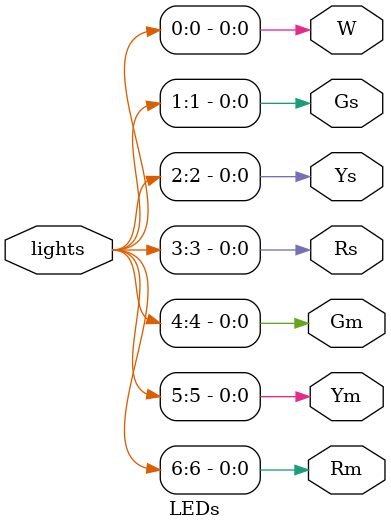
<source format=v>
`timescale 1ns / 1ps
module LEDs(lights, Rm, Ym, Gm, Rs, Ys, Gs, W);
	input[6:0] lights;
	output Rm;
	output Ym;
	output Gm;
	output Rs;
	output Ys;
	output Gs;
	output W;
	reg Rm;
	reg Ym;
	reg Gm;
	reg Rs;
	reg Ys;
	reg Gs;
	reg W;
	
	always @(lights)
		begin
			Rm <= lights[6:6];
			Ym <= lights[5:5];
			Gm <= lights[4:4];
			Rs <= lights[3:3];
			Ys <= lights[2:2];
			Gs <= lights[1:1];
			W <= lights[0:0];
		end

endmodule


</source>
